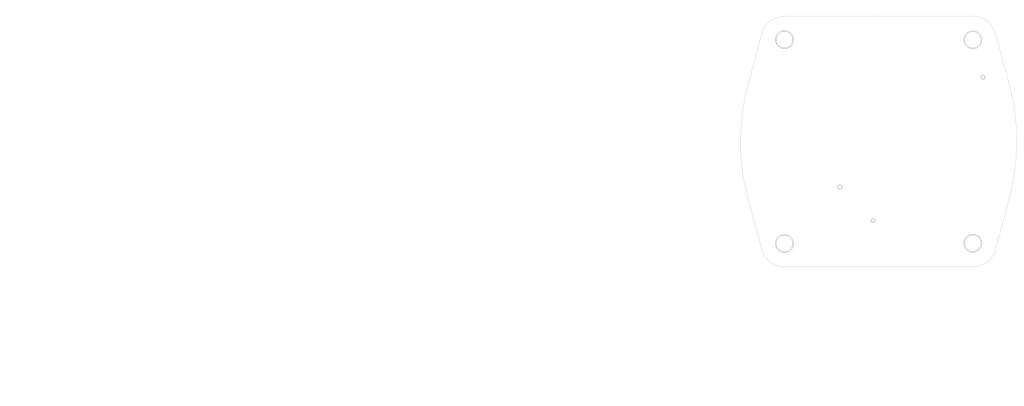
<source format=kicad_pcb>
(kicad_pcb (version 20240108) (generator "pcbnew") (generator_version "8.0")
  (layers (0 "F.Cu" signal) (31 "B.Cu" signal) (34 "B.Paste" user) (35 "F.Paste" user) (36 "B.SilkS" user "B.Silkscreen") (37 "F.SilkS" user "F.Silkscreen") (38 "B.Mask" user) (39 "F.Mask" user) (44 "Edge.Cuts" user))
  (net 0 "")
  (footprint "MountingHole:MountingHole_3.2mm_M3" (layer "F.Cu") (at 102 105.78461)
    (property "Reference" "TRH3" (hide yes))
    (property "Value" "Trackpad")
    (pad "" np_thru_hole circle (at 0 0) (size 3.2 3.2) (drill 3.2) (layers "*.Cu" "*.Mask"))
  )
  (footprint "MountingHole:MountingHole_3.2mm_M3" (layer "F.Cu") (at 102 64.21539)
    (property "Reference" "TRH2" (hide yes))
    (property "Value" "Trackpad")
    (pad "" np_thru_hole circle (at 0 0) (size 3.2 3.2) (drill 3.2) (layers "*.Cu" "*.Mask"))
  )
  (footprint "MountingHole:MountingHole_3.2mm_M3" (layer "F.Cu") (at 78 105.75837)
    (property "Reference" "TRH4" (hide yes))
    (property "Value" "Trackpad")
    (pad "" np_thru_hole circle (at 0 0) (size 3.2 3.2) (drill 3.2) (layers "*.Cu" "*.Mask"))
  )
  (footprint "MountingHole:MountingHole_3.2mm_M3" (layer "F.Cu") (at 78 64.18915)
    (property "Reference" "TRH1" (hide yes))
    (property "Value" "Trackpad")
    (pad "" np_thru_hole circle (at 0 0) (size 3.2 3.2) (drill 3.2) (layers "*.Cu" "*.Mask"))
  )
  (gr_circle (center 179.293837 87.221602) (end 179.543837 87.221602) (stroke (width 0.15)) (fill none) (layer "Edge.Cuts"))
  (gr_circle (center 167.999961 64.189057) (end 169.099961 64.189057) (stroke (width 0.2)) (fill none) (layer "Edge.Cuts"))
  (gr_arc (start 167.999906 93.135622) (mid 166.173597 92.515699) (end 165.102128 90.912079) (stroke (width 0.05)) (layer "Edge.Cuts"))
  (gr_line (start 167.999906 61.215297) (end 179.999933 61.215297) (stroke (width 0.05)) (layer "Edge.Cuts"))
  (gr_line (start 163.363222 69.928527) (end 165.102128 63.43884) (stroke (width 0.05)) (layer "Edge.Cuts"))
  (gr_circle (center 191.999961 90.135622) (end 193.099961 90.135622) (stroke (width 0.2)) (fill none) (layer "Edge.Cuts"))
  (gr_arc (start 163.363222 84.422393) (mid 162.409145 77.17546) (end 163.363222 69.928527) (stroke (width 0.05)) (layer "Edge.Cuts"))
  (gr_line (start 194.897738 63.43884) (end 196.636644 69.928527) (stroke (width 0.05)) (layer "Edge.Cuts"))
  (gr_line (start 179.999933 93.135622) (end 191.99996 93.135622) (stroke (width 0.05)) (layer "Edge.Cuts"))
  (gr_arc (start 196.636644 69.928527) (mid 197.590721 77.17546) (end 196.636644 84.422393) (stroke (width 0.05)) (layer "Edge.Cuts"))
  (gr_arc (start 194.897738 90.912079) (mid 193.826236 92.515656) (end 191.99996 93.135622) (stroke (width 0.05)) (layer "Edge.Cuts"))
  (gr_circle (center 175.047942 82.975707) (end 175.297942 82.975707) (stroke (width 0.15)) (fill none) (layer "Edge.Cuts"))
  (gr_arc (start 191.99996 61.215297) (mid 193.826265 61.835221) (end 194.897738 63.43884) (stroke (width 0.05)) (layer "Edge.Cuts"))
  (gr_circle (center 191.999961 64.215297) (end 193.099961 64.215297) (stroke (width 0.2)) (fill none) (layer "Edge.Cuts"))
  (gr_circle (center 193.296276 68.973268) (end 193.546276 68.973268) (stroke (width 0.15)) (fill none) (layer "Edge.Cuts"))
  (gr_line (start 179.999933 61.215297) (end 191.99996 61.215297) (stroke (width 0.05)) (layer "Edge.Cuts"))
  (gr_line (start 194.897738 90.912079) (end 196.636644 84.422393) (stroke (width 0.05)) (layer "Edge.Cuts"))
  (gr_arc (start 165.102128 63.43884) (mid 166.173625 61.835254) (end 167.999906 61.215297) (stroke (width 0.05)) (layer "Edge.Cuts"))
  (gr_line (start 163.363222 84.422393) (end 165.102128 90.912079) (stroke (width 0.05)) (layer "Edge.Cuts"))
  (gr_line (start 167.999906 93.135622) (end 179.999933 93.135622) (stroke (width 0.05)) (layer "Edge.Cuts"))
  (gr_circle (center 168.000124 90.162334) (end 169.100124 90.162334) (stroke (width 0.2)) (fill none) (layer "Edge.Cuts"))
)
</source>
